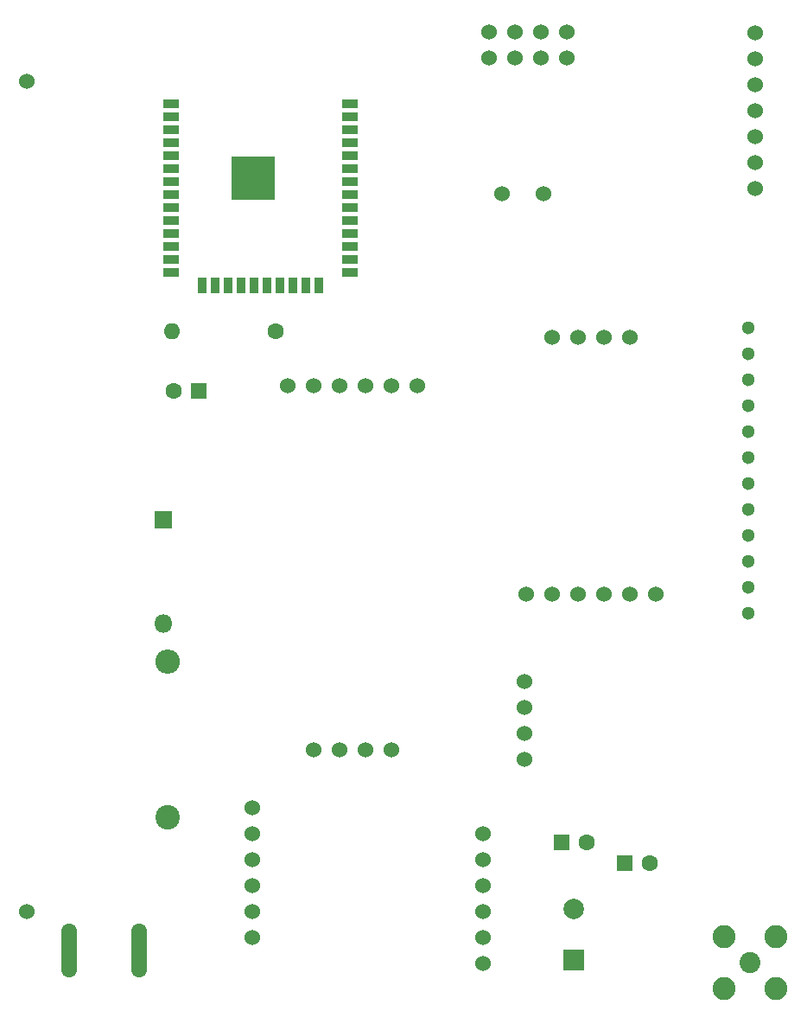
<source format=gbr>
%TF.GenerationSoftware,KiCad,Pcbnew,(6.0.9)*%
%TF.CreationDate,2023-05-03T02:02:48+02:00*%
%TF.ProjectId,esp-merged_v2,6573702d-6d65-4726-9765-645f76322e6b,rev?*%
%TF.SameCoordinates,Original*%
%TF.FileFunction,Soldermask,Top*%
%TF.FilePolarity,Negative*%
%FSLAX46Y46*%
G04 Gerber Fmt 4.6, Leading zero omitted, Abs format (unit mm)*
G04 Created by KiCad (PCBNEW (6.0.9)) date 2023-05-03 02:02:48*
%MOMM*%
%LPD*%
G01*
G04 APERTURE LIST*
%ADD10C,1.524000*%
%ADD11R,1.800000X1.800000*%
%ADD12O,1.800000X1.800000*%
%ADD13C,2.400000*%
%ADD14O,2.400000X2.400000*%
%ADD15C,1.600000*%
%ADD16O,1.600000X1.600000*%
%ADD17R,1.600000X1.600000*%
%ADD18C,2.050000*%
%ADD19C,2.250000*%
%ADD20O,1.524000X5.332000*%
%ADD21R,2.000000X2.000000*%
%ADD22C,2.000000*%
%ADD23C,1.300000*%
%ADD24R,1.500000X0.900000*%
%ADD25R,0.900000X1.500000*%
%ADD26C,0.762000*%
%ADD27R,4.200000X4.200000*%
G04 APERTURE END LIST*
D10*
%TO.C,BT1*%
X170535000Y-121754000D03*
X170535000Y-40474000D03*
%TD*%
%TO.C,U2*%
X215235000Y-114085000D03*
X215235000Y-116625000D03*
X215235000Y-119165000D03*
X215235000Y-121705000D03*
X215235000Y-124245000D03*
X215235000Y-126785000D03*
X192575000Y-124245000D03*
X192575000Y-121705000D03*
X192575000Y-119165000D03*
X192575000Y-116625000D03*
X192575000Y-114085000D03*
X192575000Y-111545000D03*
%TD*%
D11*
%TO.C,D1*%
X183900000Y-83420000D03*
D12*
X183900000Y-93580000D03*
%TD*%
D10*
%TO.C,J2*%
X241915000Y-50955000D03*
X241915000Y-48415000D03*
X241915000Y-45875000D03*
X241915000Y-43335000D03*
X241915000Y-40795000D03*
X241915000Y-38255000D03*
X241915000Y-35715000D03*
%TD*%
D13*
%TO.C,F1*%
X184300000Y-112520000D03*
D14*
X184300000Y-97280000D03*
%TD*%
D15*
%TO.C,R1*%
X194880000Y-64900000D03*
D16*
X184720000Y-64900000D03*
%TD*%
D17*
%TO.C,C3*%
X229094888Y-117000000D03*
D15*
X231594888Y-117000000D03*
%TD*%
D18*
%TO.C,AE1*%
X241400000Y-126700000D03*
D19*
X238860000Y-124160000D03*
X243940000Y-129240000D03*
X238860000Y-129240000D03*
X243940000Y-124160000D03*
%TD*%
D17*
%TO.C,C4*%
X222894888Y-114967677D03*
D15*
X225394888Y-114967677D03*
%TD*%
D20*
%TO.C,SW1*%
X174639000Y-125568000D03*
X181497000Y-125568000D03*
%TD*%
D21*
%TO.C,C2*%
X224100000Y-126467677D03*
D22*
X224100000Y-121467677D03*
%TD*%
D23*
%TO.C,J3*%
X241245000Y-92495000D03*
X241245000Y-89955000D03*
X241245000Y-87415000D03*
X241245000Y-84875000D03*
X241245000Y-82335000D03*
X241245000Y-79795000D03*
X241245000Y-77255000D03*
X241245000Y-74715000D03*
X241245000Y-72175000D03*
X241245000Y-69635000D03*
X241245000Y-67095000D03*
X241245000Y-64555000D03*
%TD*%
D10*
%TO.C,S1*%
X219245000Y-106815000D03*
X219245000Y-104275000D03*
X219245000Y-101735000D03*
X219245000Y-99195000D03*
%TD*%
%TO.C,M1*%
X219445000Y-90705000D03*
X221985000Y-90705000D03*
X224525000Y-90705000D03*
X227065000Y-90705000D03*
X229605000Y-90705000D03*
X232145000Y-90705000D03*
X221985000Y-65495000D03*
X224525000Y-65495000D03*
X227065000Y-65495000D03*
X229605000Y-65495000D03*
%TD*%
D24*
%TO.C,U1*%
X184650000Y-42650000D03*
X184650000Y-43920000D03*
X184650000Y-45190000D03*
X184650000Y-46460000D03*
X184650000Y-47730000D03*
X184650000Y-49000000D03*
X184650000Y-50270000D03*
X184650000Y-51540000D03*
X184650000Y-52810000D03*
X184650000Y-54080000D03*
X184650000Y-55350000D03*
X184650000Y-56620000D03*
X184650000Y-57890000D03*
X184650000Y-59160000D03*
D25*
X187690000Y-60410000D03*
X188960000Y-60410000D03*
X190230000Y-60410000D03*
X191500000Y-60410000D03*
X192770000Y-60410000D03*
X194040000Y-60410000D03*
X195310000Y-60410000D03*
X196580000Y-60410000D03*
X197850000Y-60410000D03*
X199120000Y-60410000D03*
D24*
X202150000Y-59160000D03*
X202150000Y-57890000D03*
X202150000Y-56620000D03*
X202150000Y-55350000D03*
X202150000Y-54080000D03*
X202150000Y-52810000D03*
X202150000Y-51540000D03*
X202150000Y-50270000D03*
X202150000Y-49000000D03*
X202150000Y-47730000D03*
X202150000Y-46460000D03*
X202150000Y-45190000D03*
X202150000Y-43920000D03*
X202150000Y-42650000D03*
D26*
X194245000Y-49227500D03*
X191957500Y-51515000D03*
X191195000Y-50752500D03*
X191957500Y-49990000D03*
X194245000Y-50752500D03*
X193482500Y-51515000D03*
D27*
X192720000Y-49990000D03*
D26*
X191957500Y-48465000D03*
X192720000Y-49227500D03*
X191195000Y-49227500D03*
X193482500Y-48465000D03*
X193482500Y-49990000D03*
X192720000Y-50752500D03*
%TD*%
D10*
%TO.C,SW2*%
X221125000Y-51448000D03*
X217061000Y-51448000D03*
%TD*%
%TO.C,U3*%
X196105000Y-70290000D03*
X206265000Y-70290000D03*
X203725000Y-105900000D03*
X198645000Y-70290000D03*
X208805000Y-70290000D03*
X206265000Y-105900000D03*
X203725000Y-70290000D03*
X201185000Y-105900000D03*
X201185000Y-70290000D03*
X198645000Y-105900000D03*
%TD*%
D17*
%TO.C,C1*%
X187405112Y-70800000D03*
D15*
X184905112Y-70800000D03*
%TD*%
D10*
%TO.C,J1*%
X215785000Y-38151000D03*
X218325000Y-38151000D03*
X220865000Y-38151000D03*
X223405000Y-38151000D03*
X215785000Y-35611000D03*
X218325000Y-35611000D03*
X220865000Y-35611000D03*
X223405000Y-35611000D03*
%TD*%
M02*

</source>
